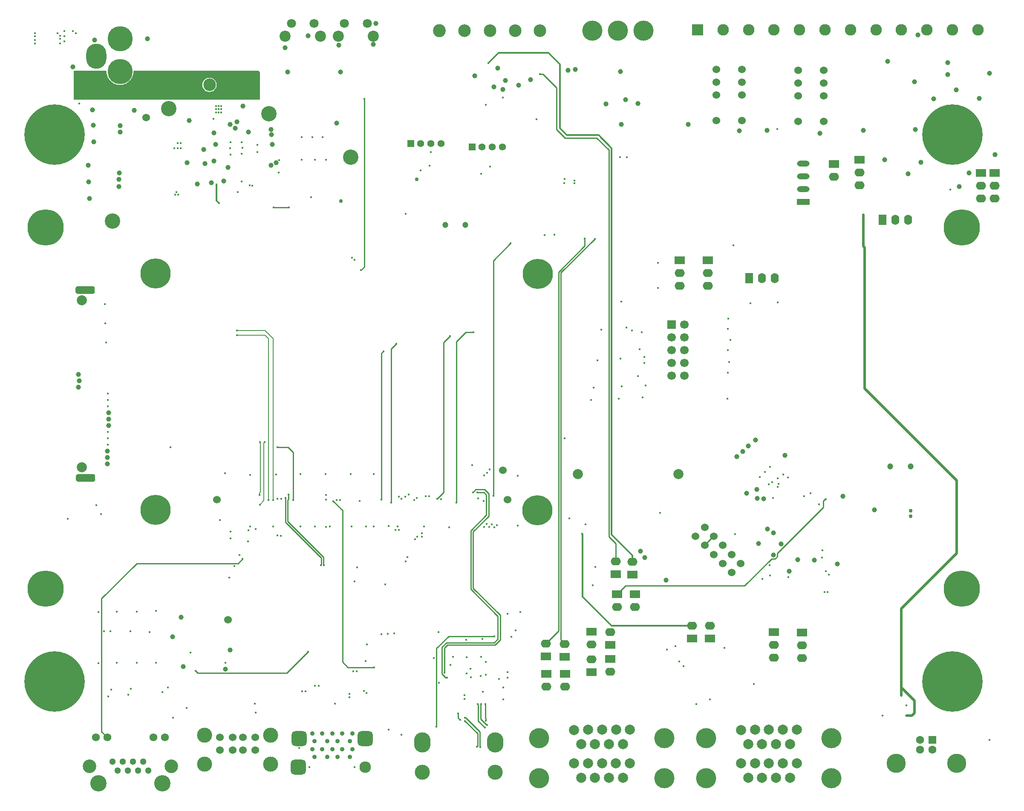
<source format=gbr>
%FSTAX23Y23*%
%MOIN*%
%SFA1B1*%

%IPPOS*%
%AMD123*
4,1,8,-0.075000,0.015000,-0.075000,-0.015000,-0.060000,-0.030000,0.060000,-0.030000,0.075000,-0.015000,0.075000,0.015000,0.060000,0.030000,-0.060000,0.030000,-0.075000,0.015000,0.0*
1,1,0.030000,-0.060000,0.015000*
1,1,0.030000,-0.060000,-0.015000*
1,1,0.030000,0.060000,-0.015000*
1,1,0.030000,0.060000,0.015000*
%
%AMD126*
4,1,8,-0.059100,0.029500,-0.059100,-0.029500,-0.029500,-0.059100,0.029500,-0.059100,0.059100,-0.029500,0.059100,0.029500,0.029500,0.059100,-0.029500,0.059100,-0.059100,0.029500,0.0*
1,1,0.059056,-0.029500,0.029500*
1,1,0.059056,-0.029500,-0.029500*
1,1,0.059056,0.029500,-0.029500*
1,1,0.059056,0.029500,0.029500*
%
%ADD82C,0.009842*%
%ADD83C,0.012000*%
%ADD85C,0.020000*%
%ADD87C,0.010000*%
%ADD107C,0.196850*%
%ADD108O,0.157480X0.196850*%
%ADD109R,0.078740X0.062992*%
%ADD110O,0.078740X0.062992*%
%ADD111R,0.062992X0.078740*%
%ADD112O,0.062992X0.078740*%
%ADD114R,0.066929X0.066929*%
%ADD115C,0.066929*%
%ADD116C,0.157480*%
%ADD117C,0.149606*%
%ADD118C,0.062992*%
%ADD119R,0.062992X0.062992*%
%ADD120C,0.055118*%
%ADD121R,0.055118X0.055118*%
%ADD122C,0.078740*%
G04~CAMADD=123~8~0.0~0.0~600.0~1500.0~150.0~0.0~15~0.0~0.0~0.0~0.0~0~0.0~0.0~0.0~0.0~0~0.0~0.0~0.0~90.0~1500.0~600.0*
%ADD123D123*%
%ADD124C,0.098425*%
%ADD125O,0.098425X0.102362*%
G04~CAMADD=126~8~0.0~0.0~1181.1~1181.1~295.3~0.0~15~0.0~0.0~0.0~0.0~0~0.0~0.0~0.0~0.0~0~0.0~0.0~0.0~90.0~1182.0~1182.0*
%ADD126D126*%
%ADD127C,0.035433*%
%ADD128O,0.098425X0.047244*%
%ADD129R,0.098425X0.047244*%
%ADD130C,0.029528*%
%ADD131R,0.090000X0.090000*%
%ADD132C,0.090000*%
%ADD133C,0.047244*%
%ADD134C,0.086614*%
%ADD135C,0.070866*%
%ADD136C,0.106299*%
%ADD137C,0.051181*%
%ADD138C,0.127953*%
%ADD139C,0.062000*%
%ADD140C,0.060000*%
%ADD141C,0.118110*%
%ADD142C,0.120000*%
%ADD144C,0.118110*%
%ADD145O,0.129921X0.157480*%
%ADD146C,0.060000*%
%ADD147C,0.236220*%
%ADD148C,0.283465*%
%ADD149C,0.472441*%
%ADD150C,0.017716*%
%ADD151C,0.039370*%
%ADD152C,0.030000*%
%ADD194C,0.007874*%
%ADD195C,0.090551*%
%LNsyncbox_copper_signal_1-1*%
%LPD*%
G36*
X0231Y05705D02*
Y0549D01*
X00855*
X00853Y05491*
Y05714*
X01107*
X0111Y05711*
X0111Y05709*
X01111Y05692*
X01115Y05676*
X01121Y05661*
X0113Y05647*
X0114Y05635*
X01153Y05624*
X01167Y05615*
X01182Y05609*
X01198Y05605*
X01215Y05604*
X01231Y05605*
X01247Y05609*
X01262Y05615*
X01276Y05624*
X01289Y05635*
X01299Y05647*
X01308Y05661*
X01314Y05676*
X01318Y05692*
X01319Y05709*
X01319Y05711*
X01322Y05714*
X02299*
X023Y05715*
X0231Y05705*
G37*
%LNsyncbox_copper_signal_1-2*%
%LPC*%
G36*
X01915Y0566D02*
X019Y05658D01*
X01887Y05653*
X01875Y05644*
X01866Y05632*
X01861Y05619*
X01859Y05605*
X01861Y0559*
X01866Y05577*
X01875Y05565*
X01887Y05556*
X019Y05551*
X01915Y05549*
X01929Y05551*
X01942Y05556*
X01954Y05565*
X01963Y05577*
X01968Y0559*
X0197Y05605*
X01968Y05619*
X01963Y05632*
X01954Y05644*
X01942Y05653*
X01929Y05658*
X01915Y0566*
G37*
%LNsyncbox_copper_signal_1-3*%
%LPD*%
G54D82*
X03745Y03588D02*
X03796Y03638D01*
X03745Y02415D02*
Y03588D01*
X01805Y0102D02*
X01822Y01002D01*
X02519D02*
X02685Y01168D01*
X01822Y01002D02*
X02519D01*
X0253Y0277D02*
X0257Y0273D01*
X02445Y0277D02*
X0253D01*
X0257Y02355D02*
Y0273D01*
X04135Y0423D02*
X0427Y04365D01*
X03845Y03595D02*
X0392Y0367D01*
X0398*
X0326Y0236D02*
Y03505D01*
X03275Y0352*
X03335Y0354D02*
X03375Y0358D01*
X03845Y02335D02*
Y03595D01*
X03335Y02335D02*
Y0354D01*
X03695Y02365D02*
X03745Y02415D01*
X02139Y0186D02*
X02174Y01895D01*
X01345Y0186D02*
X02139D01*
X0107Y01585D02*
X01345Y0186D01*
X0107Y00542D02*
Y01585D01*
Y00542D02*
X01115Y00497D01*
X03689Y01194D02*
X03785Y0129D01*
X04144*
X03689Y00584D02*
Y01194D01*
X04135Y0239D02*
Y0423D01*
G54D83*
X03708Y00924D02*
X0371D01*
X05788Y02001D02*
X05859Y02072D01*
X0483Y02093D02*
X04833Y0209D01*
Y01599D02*
Y0209D01*
Y01599D02*
X05059Y01373D01*
X0569*
X05059Y02085D02*
X05222Y01923D01*
Y01871D02*
Y01923D01*
X0197Y047D02*
X0199Y0468D01*
X0197Y047D02*
Y04825D01*
X04095Y05775D02*
X04175Y05855D01*
X04565*
X04655Y05765*
X05059Y02085D02*
Y0511D01*
X04958Y05211D02*
X05059Y0511D01*
X04655Y05265D02*
Y05765D01*
Y05265D02*
X04708Y05211D01*
X04958*
G54D85*
X07325Y01505D02*
X0776Y0194D01*
Y0251*
X07325Y0089D02*
X0743Y00785D01*
Y0069D02*
Y00785D01*
X0741Y0067D02*
X0743Y0069D01*
X07365Y0067D02*
X0741D01*
X07325Y00825D02*
Y0089D01*
Y01505*
X0703Y04342D02*
Y0459D01*
Y04342D02*
X0704Y04331D01*
Y03229D02*
Y04331D01*
Y03229D02*
X0776Y0251D01*
G54D87*
X03752Y01002D02*
Y01198D01*
X03763Y00965D02*
X03773D01*
X03733Y00995D02*
X03763Y00965D01*
X03733Y00995D02*
Y01103D01*
X03734Y01206D02*
X03768Y0124D01*
X03734Y01104D02*
Y01206D01*
X03733Y01103D02*
X03734Y01104D01*
X03776Y01223D02*
X0415D01*
X03752Y01198D02*
X03776Y01223D01*
X04171Y01269D02*
Y01446D01*
X04142Y0124D02*
X04171Y01269D01*
X0415Y01223D02*
X0419Y01263D01*
X04189D02*
X0419D01*
X04189D02*
Y01454D01*
X03768Y0124D02*
X04142D01*
X03977Y01666D02*
Y02107D01*
Y01666D02*
X04189Y01454D01*
X03958Y0166D02*
X04171Y01446D01*
X04098Y02403D02*
Y02405D01*
Y02403D02*
X04098Y02403D01*
Y0223D02*
Y02403D01*
X04098Y0223D02*
X04098Y0223D01*
X04098Y02228D02*
Y0223D01*
X04062Y02415D02*
X04081Y02396D01*
Y02238D02*
Y02396D01*
X03958Y02115D02*
X04081Y02238D01*
X04066Y02437D02*
X04098Y02405D01*
X03995Y02437D02*
X04066D01*
X03975Y02416D02*
X03995Y02437D01*
X0401Y02415D02*
X04062D01*
X03977Y02107D02*
X04098Y02228D01*
X03752Y01002D02*
X03754Y01005D01*
X03958Y0166D02*
Y02115D01*
X02997Y01046D02*
X03202D01*
X02955Y01088D02*
X02997Y01046D01*
X02955Y01088D02*
Y02275D01*
X02883Y02346D02*
X02955Y02275D01*
X05093Y01874D02*
Y02015D01*
X05038Y02069D02*
X05093Y02015D01*
X05038Y02069D02*
Y05096D01*
X06312Y01894D02*
X06312Y01894D01*
X06312Y01894D02*
D01*
X06355Y01937D02*
D01*
X06355Y01937D01*
Y01912D02*
Y01937D01*
X06337Y01894D02*
X06355Y01912D01*
X06312Y01894D02*
X06337D01*
X06101Y01684D02*
X06312Y01894D01*
X0517Y01684D02*
X06101D01*
X06715Y02297D02*
Y02348D01*
X06355Y01937D02*
X06715Y02297D01*
Y02348D02*
X0673Y02363D01*
X06737*
X05104Y01617D02*
X0517Y01684D01*
X0485Y04344D02*
Y04401D01*
X04646Y0414D02*
X0485Y04344D01*
X04662Y04134D02*
X04928Y044D01*
X04646Y01331D02*
Y0414D01*
X04662Y01261D02*
Y04134D01*
X04547Y01232D02*
X04646Y01331D01*
X04662Y01261D02*
X04694Y01229D01*
X04944Y0519D02*
X05038Y05096D01*
X04696Y0519D02*
X04944D01*
X04631Y05255D02*
X04696Y0519D01*
X04631Y05255D02*
Y05582D01*
X04523Y0569D02*
X04631Y05582D01*
X045Y0569D02*
X04523D01*
X02526Y02354D02*
X02532Y02361D01*
Y02397*
X02526Y0219D02*
Y02354D01*
X0251Y02363D02*
Y02371D01*
X02508Y02361D02*
X0251Y02363D01*
X02508Y02183D02*
Y02361D01*
X02526Y0219D02*
X02807Y01909D01*
X02508Y02183D02*
X02789Y01902D01*
X02807Y01848D02*
Y01909D01*
Y01848D02*
X02811Y01845D01*
X02789Y01848D02*
Y01902D01*
X02785Y01845D02*
X02789Y01848D01*
X02415Y04645D02*
X02536D01*
X02023Y04853D02*
X02026D01*
X031Y04155D02*
X03125Y0418D01*
Y05495*
X03861Y0065D02*
Y00684D01*
Y0065D02*
X03877Y00634D01*
X03914Y00652D02*
X03919D01*
X04029Y00541*
Y00424D02*
X04033Y00421D01*
X04029Y00424D02*
Y00541D01*
X03914Y00626D02*
X04012Y00528D01*
X04006Y00424D02*
X04012Y0043D01*
Y00528*
X04013Y0076D02*
X04017Y00756D01*
Y00626D02*
X04068Y00576D01*
X04017Y00626D02*
Y00756D01*
X04035Y00642D02*
X04082Y00594D01*
X04035Y00642D02*
Y00756D01*
X04082Y00594D02*
X04086D01*
X04035Y00756D02*
X04038Y0076D01*
X04075Y0063D02*
Y00647D01*
X04075Y00647*
X04072Y0065D02*
X04075Y00647D01*
X04072Y0065D02*
Y00757D01*
G54D107*
X01215Y05709D03*
Y05965D03*
G54D108*
X01029Y05827D03*
G54D109*
X0633Y01321D03*
X06549Y01319D03*
X05814Y04231D03*
X05593D03*
X0795Y04915D03*
X08055D03*
X07Y0502D03*
X04697Y00996D03*
X05222Y01771D03*
X05093Y01774D03*
X04548Y00994D03*
X0505Y01111D03*
X04694Y01129D03*
X04547Y01132D03*
X04903Y01008D03*
X05242Y01618D03*
X05104Y01617D03*
X0583Y01272D03*
X0569Y01273D03*
X05048Y01223D03*
X04903Y01325D03*
X068Y04985D03*
G54D110*
X0633Y01221D03*
Y01121D03*
X06549Y01219D03*
Y01119D03*
X05814Y04131D03*
Y04031D03*
X05593Y04131D03*
Y04031D03*
X0795Y04815D03*
Y04715D03*
X08055Y04815D03*
Y04715D03*
X07Y0492D03*
Y0482D03*
X04697Y00896D03*
X05222Y01871D03*
X05093Y01874D03*
X04548Y00894D03*
X0505Y01011D03*
X04694Y01229D03*
X04547Y01232D03*
X04903Y01108D03*
X05242Y01518D03*
X05104Y01517D03*
X0583Y01372D03*
X0569Y01373D03*
X05048Y01323D03*
X04903Y01225D03*
X068Y04885D03*
G54D111*
X06136Y04092D03*
X0718Y0455D03*
G54D112*
X06236Y04092D03*
X06336D03*
X0728Y0455D03*
X0738D03*
G54D114*
X0553Y0373D03*
G54D115*
X0553Y0363D03*
Y0353D03*
Y0343D03*
Y0333D03*
X0563Y0373D03*
Y0363D03*
Y0353D03*
Y0343D03*
Y0333D03*
G54D116*
X0531Y0603D03*
X0511D03*
X0491D03*
X04494Y00178D03*
X05473Y0018D03*
X04493Y00493D03*
X05472Y00491D03*
X058Y00178D03*
X06779Y0018D03*
X05799Y00493D03*
X06778Y00491D03*
G54D117*
X07285Y00295D03*
X07759D03*
G54D118*
X07472Y00401D03*
X07571D03*
X07472Y0048D03*
G54D119*
X07571Y0048D03*
G54D120*
X03725Y05145D03*
X03646D03*
X03567D03*
X04205Y0512D03*
X04126D03*
X04047D03*
G54D121*
X03488Y05145D03*
X03968Y0512D03*
G54D122*
X00915Y02611D03*
Y03917D03*
X0504Y00445D03*
X04931D03*
X04822D03*
X05204Y00295D03*
X05094D03*
X04985D03*
X04876D03*
X04767D03*
X05149Y00183D03*
X0504D03*
X04931D03*
X04822D03*
X05204Y00557D03*
X05095D03*
X04985D03*
X04876D03*
X04767Y00556D03*
X05149Y00445D03*
X06346D03*
X06237D03*
X06128D03*
X0651Y00295D03*
X064D03*
X06291D03*
X06182D03*
X06073D03*
X06455Y00183D03*
X06346D03*
X06237D03*
X06128D03*
X0651Y00557D03*
X06401D03*
X06291D03*
X06182D03*
X06073Y00556D03*
X06455Y00445D03*
X04796Y0256D03*
X05584D03*
G54D123*
X00946Y02527D03*
X00944Y04D03*
G54D124*
X0219Y05605D03*
X01915D03*
X03911Y0603D03*
X04108D03*
X04305D03*
X04501D03*
G54D125*
X03714Y0603D03*
G54D126*
X02616Y00489D03*
X02611Y00266D03*
X03134Y00489D03*
G54D127*
X03013Y00345D03*
X02915D03*
X02836D03*
X02737D03*
X02718Y00404D03*
X02796D03*
X02875D03*
X02954D03*
X03033D03*
Y0053D03*
X02954D03*
X02875D03*
X02796D03*
X02718D03*
X02737Y0047D03*
X02836D03*
X02915D03*
X03013D03*
G54D128*
X0656Y0499D03*
Y0489D03*
Y0479D03*
G54D129*
X0656Y0469D03*
G54D130*
X074Y02273D03*
Y0223D03*
G54D131*
X05733Y06035D03*
G54D132*
X05932Y06035D03*
X06132D03*
X06331D03*
X0653D03*
X0673D03*
X06929D03*
X07128D03*
X07327D03*
X07527D03*
X07726D03*
X07925D03*
G54D133*
X07241Y0262D03*
X07399D03*
X03758Y04507D03*
X03915D03*
G54D134*
X02782Y05985D03*
X02507D03*
X02922D03*
X03197D03*
G54D135*
X02733Y06084D03*
X02556D03*
X02971D03*
X03148D03*
G54D136*
X00975Y00272D03*
X01615D03*
G54D137*
X01435Y00237D03*
X01395Y00307D03*
X01355Y00237D03*
X01315Y00307D03*
X01275Y00237D03*
X01235Y00307D03*
X01195Y00237D03*
X01155Y00307D03*
G54D138*
X01045Y00137D03*
X01545D03*
G54D139*
X01475Y00497D03*
X01565D03*
X01115D03*
X01025D03*
G54D140*
X01973Y02359D03*
X04245D03*
X06071Y0186D03*
X06Y0193D03*
X0593Y02001D03*
X05859Y02072D03*
X05788Y02142D03*
X06Y01789D03*
X0593Y0186D03*
X05859Y0193D03*
X05788Y02001D03*
X05717Y02072D03*
X02273Y00397D03*
X01997Y005D03*
X02096D03*
X02175D03*
X02273D03*
X02175Y00397D03*
X02096D03*
X01997D03*
X0588Y05325D03*
Y05525D03*
Y05625D03*
Y05725D03*
X0608D03*
Y05625D03*
Y05525D03*
Y05325D03*
X0652Y0532D03*
Y0552D03*
Y0562D03*
Y0572D03*
X0672D03*
Y0562D03*
Y0552D03*
Y0532D03*
G54D141*
X02394Y0029D03*
X01876D03*
X02394Y00514D03*
X01876D03*
G54D142*
X02381Y0538D03*
X01155Y0454D03*
X0302Y0504D03*
X01595Y0542D03*
G54D144*
X04149Y00224D03*
X03578D03*
G54D145*
X03578Y00459D03*
X04149D03*
G54D146*
X0206Y01417D03*
X0421Y0259D03*
X0142Y0535D03*
G54D147*
X01492Y0413D03*
X04483Y04125D03*
X01493Y02277D03*
X04481Y02276D03*
G54D148*
X07798Y04488D03*
Y01663D03*
X00632D03*
Y04488D03*
G54D149*
X07727Y00936D03*
Y05215D03*
X00703Y00936D03*
Y05215D03*
G54D150*
X05128Y03461D03*
X0371Y00924D03*
X05424Y04015D03*
X05441Y02255D03*
X0473Y02212D03*
X04245Y00964D03*
X04246Y01008D03*
X06146Y03894D03*
X06359Y03901D03*
X05423Y04213D03*
X0391Y00798D03*
X02896Y00762D03*
X04049Y01267D03*
X02739Y00902D03*
X02768Y00903D03*
X04054Y00854D03*
X04181Y00954D03*
X0336Y01313D03*
X03707Y01322D03*
X0331Y0131D03*
X03068Y01829D03*
X0326Y01306D03*
X03924Y01262D03*
X03415Y0052D03*
X04214Y00795D03*
X04214Y00888D03*
X05944Y01197D03*
X05494Y01186D03*
X05558Y01212D03*
X04077Y0545D03*
X04474Y05335D03*
X03451Y04595D03*
X06013Y04349D03*
X0483Y02093D03*
X03754Y01005D03*
X03773Y00965D03*
X0401Y02415D03*
X03975Y02416D03*
X038Y01065D03*
X03202Y01046D03*
X02883Y02346D03*
X03088Y02348D03*
X04692Y02839D03*
X02685Y01168D03*
X03048Y04234D03*
X03029Y04252D03*
X06761Y01773D03*
X0622Y02535D03*
X0626Y02575D03*
X06298Y02615D03*
X06358Y02459D03*
X06365Y02483D03*
X06404Y02555D03*
X06438Y02533D03*
X05179Y0504D03*
X05126Y05038D03*
X0671Y01963D03*
X06174Y00915D03*
X06444Y01751D03*
X06682Y02323D03*
X06615Y02407D03*
X06241Y0174D03*
X063Y01766D03*
X06565Y02385D03*
X05722Y00758D03*
X05828Y00796D03*
X04912Y01688D03*
X04932Y01831D03*
X04928Y044D03*
X0485Y04401D03*
X04856Y02165D03*
X05622Y01055D03*
X05591Y01092D03*
X03145Y01225D03*
X03689Y00581D03*
X03462Y01909D03*
X0345Y01874D03*
X03727Y02361D03*
X03632Y02384D03*
X03607D03*
X03386Y02149D03*
X03397Y02382D03*
X03415Y02364D03*
X0337Y02123D03*
X03396D03*
X03473Y02399D03*
X03445Y02381D03*
X03541Y02068D03*
X03523Y0205D03*
X03577Y02069D03*
Y02095D03*
X03516Y02354D03*
X03535Y02373D03*
X02825Y02395D03*
Y0236D03*
X02473Y02076D03*
X02447Y0208D03*
X02826Y02145D03*
X02855Y0215D03*
X02475Y02365D03*
X02445D03*
X02532Y02397D03*
X0251Y02371D03*
X0304Y01015D03*
X03066Y01015D03*
X02936Y02356D03*
X0291Y02355D03*
X03142Y00844D03*
X03123Y00862D03*
X02811Y01845D03*
X02785D03*
X03009Y00812D03*
Y00838D03*
X02639Y0086D03*
X02666Y00859D03*
X0227Y00762D03*
X02275Y00692D03*
X01737Y00727D03*
X01655Y04766D03*
X0055Y0601D03*
Y05985D03*
Y05955D03*
Y0593D03*
X0087Y0601D03*
X00745Y0599D03*
Y05965D03*
Y0593D03*
X0078Y06025D03*
Y05985D03*
Y05945D03*
X00725Y0601D03*
X00845Y06025D03*
X01945Y0534D03*
X04325Y02155D03*
X02233Y02551D03*
X02037Y02565D03*
X01995Y022D03*
X02233Y0215D03*
X02412Y02148D03*
X02625Y0215D03*
X0274D03*
X03025D03*
X0314D03*
X03199Y02148D03*
X03316Y02151D03*
X03592Y02148D03*
X03788Y02141D03*
X04325Y02545D03*
X03198Y02559D03*
X03021Y02558D03*
X02824Y02559D03*
X02435Y02555D03*
X02627Y02557D03*
X0397Y02627D03*
X0223Y0482D03*
X0225Y04815D03*
X0208Y0506D03*
X02075Y0511D03*
X0208Y05155D03*
X02165D03*
Y05065D03*
X02172Y05112D03*
X0246Y05015D03*
X0229Y0508D03*
X00805Y0221D03*
X02536Y04645D03*
X02415D03*
X02135Y04765D03*
X0161Y0277D03*
X02445D03*
X0257Y02355D03*
X0231Y0232D03*
X02305Y02395D03*
X02309Y0281D03*
X02346D03*
X0213Y03683D03*
Y03646D03*
X02376Y02355D03*
X02414D03*
X0427Y04365D03*
X0398Y0367D03*
X04135Y0239D03*
X0406Y0235D03*
X04015Y0237D03*
X03275Y0352D03*
X03375Y0358D03*
X03796Y03638D03*
X0326Y0236D03*
X03335Y02335D03*
X03695Y02365D03*
X03845Y02335D03*
X01805Y0102D03*
X02174Y01895D03*
X0207Y0175D03*
X02275Y0213D03*
X02215Y02033D03*
X0222Y02119D03*
X0211Y0184D03*
X02149Y01925D03*
X0208Y02055D03*
Y0211D03*
X04144Y0129D03*
X04245Y01465D03*
X04347Y0148D03*
X06025Y0209D03*
X04075Y0099D03*
X0599Y0361D03*
X05968Y03528D03*
X03646Y0508D03*
X0771Y04785D03*
X0495Y0345D03*
X05219Y03682D03*
X0431Y01336D03*
X01445Y01322D03*
X01295Y01327D03*
X0114D03*
X0109D03*
X01495Y01487D03*
X01345Y01482D03*
X0119D03*
X01045Y01477D03*
X0159Y00887D03*
X01545Y00852D03*
X013Y00877D03*
X0128Y00832D03*
X01123Y00817D03*
X01145Y00872D03*
X01495Y01082D03*
X01345D03*
X0119D03*
X01045Y01077D03*
X03135Y01095D03*
X0329Y01695D03*
X0305Y0172D03*
X04075Y0109D03*
X03925Y01D03*
X0396Y0097D03*
X04035Y0098D03*
X03955Y01035D03*
X0404Y0113D03*
X03925Y01125D03*
X04275Y01285D03*
X0367Y0112D03*
X07365Y0067D03*
X07325Y00825D03*
X06735Y018D03*
X0629Y0248D03*
X06315Y02495D03*
X0636Y02525D03*
X02825Y0502D03*
X0274D03*
X02635D03*
X028Y05195D03*
X0272D03*
X02635D03*
X01965Y0539D03*
Y05415D03*
Y0544D03*
X01985Y0539D03*
Y05415D03*
Y0544D03*
X02005Y0539D03*
Y05415D03*
Y0544D03*
X0167Y04745D03*
X01645D03*
X0164Y0511D03*
X01665D03*
Y0515D03*
X0169Y0511D03*
Y0515D03*
X0229Y05135D03*
X06355Y0526D03*
X045Y0569D03*
X05965Y0315D03*
X0598Y03435D03*
X06295Y01845D03*
X06737Y02363D03*
X08015Y0048D03*
X0718Y0067D03*
X06751Y01635D03*
X06725D03*
X02615Y00415D03*
X02695Y00265D03*
X0305D03*
X07365Y0075D03*
X0163Y00652D03*
X0204Y01082D03*
X01765Y01162D03*
X01065Y02245D03*
X0103Y02315D03*
X0112Y0289D03*
Y0284D03*
Y0279D03*
Y0309D03*
Y0314D03*
Y0319D03*
X011Y03739D03*
X01095Y03889D03*
X01105Y03589D03*
X02455Y0492D03*
X0199Y0468D03*
X0197Y04825D03*
X0271Y04725D03*
X02165Y0485D03*
X0498Y0369D03*
X03635Y04972D03*
X03565Y04935D03*
X0404Y0491D03*
X0411Y04965D03*
X05315Y03475D03*
X0492Y03235D03*
X0514Y03245D03*
X05325Y03252D03*
X05265Y03325D03*
X05315Y0343D03*
X05303Y03157D03*
X05115Y0315D03*
X049Y0314D03*
X05135Y0391D03*
X05175Y03705D03*
X05295Y0367D03*
X0528Y03535D03*
X0597Y03695D03*
X05968Y03353D03*
X05973Y03776D03*
X0421Y05505D03*
X04095Y05775D03*
X06705Y01905D03*
X06324Y02371D03*
X00895Y0546D03*
X04535Y0443D03*
X04613Y04431D03*
X04064Y02549D03*
X04085Y0257D03*
X04105Y02595D03*
X04162Y02157D03*
X04143Y02141D03*
X04123Y02166D03*
X04103Y02146D03*
X04084Y0217D03*
X04064Y02145D03*
X03819Y0113D03*
X03315Y0056D03*
X0703Y0459D03*
X04692Y04867D03*
X04771Y04856D03*
X0469Y04835D03*
X04771D03*
X031Y04155D03*
X03125Y05495D03*
X00965Y05565D03*
X0093D03*
Y05525D03*
X0096D03*
X00945Y05545D03*
X03861Y00684D03*
X03877Y00634D03*
X03914Y00652D03*
X04033Y00421D03*
X03914Y00626D03*
X04006Y00424D03*
X04013Y0076D03*
X04068Y00576D03*
X04038Y0076D03*
X04086Y00594D03*
X04075Y0063D03*
X04072Y00757D03*
X03911Y0083D03*
G54D151*
X05135Y05295D03*
X01755Y05325D03*
X0613Y0278D03*
X0121Y04915D03*
X00845Y05745D03*
X01015Y05955D03*
X02435Y04995D03*
X024Y05215D03*
X02395Y05255D03*
Y04975D03*
X0604Y02695D03*
X06085Y02735D03*
X06185Y02825D03*
X06825Y01855D03*
X0206Y0496D03*
X01125Y0299D03*
Y0294D03*
Y0304D03*
X0089Y0334D03*
X00895Y0329D03*
X0089Y0324D03*
X0517Y0549D03*
X0566Y05295D03*
X06275Y0525D03*
X0778Y0481D03*
X07195Y0502D03*
X0806Y0506D03*
X02026Y04853D03*
X07115Y02279D03*
X06195Y0244D03*
X062Y0237D03*
X06115Y0241D03*
X06415Y02705D03*
X0625Y02365D03*
X0687Y02385D03*
X0645Y018D03*
X06325Y01925D03*
X06208Y02015D03*
X06515Y0189D03*
X06386Y02011D03*
X05485Y0173D03*
X05285Y01955D03*
X0532Y01905D03*
X0748Y05D03*
X0738Y0491D03*
X07855Y04915D03*
X0743Y0563D03*
X07455Y05995D03*
X07435Y05255D03*
X0703Y0525D03*
X07755Y05565D03*
X07935Y055D03*
X0758Y05495D03*
X0769Y05685D03*
Y0578D03*
X0722Y0579D03*
X0606Y05245D03*
X0669Y05224D03*
X04775Y05725D03*
X0472Y0572D03*
X0291Y05305D03*
X05015Y05455D03*
X05265Y0546D03*
X0513Y0571D03*
X0421Y0557D03*
X0399Y05675D03*
X0414Y0559D03*
X0417Y05735D03*
X0423Y0564D03*
X04333Y05603D03*
X04425Y05645D03*
X00975Y04715D03*
X0097Y04845D03*
X00965Y04975D03*
X03215Y06085D03*
X03197Y05922D03*
X02925Y05915D03*
X0294Y05705D03*
X01325Y05405D03*
X01215Y05235D03*
Y05285D03*
X01205Y0481D03*
Y04865D03*
X0213Y05315D03*
X0182Y0483D03*
X0195Y0501D03*
X02405Y0514D03*
X0143Y05965D03*
X02175Y0544D03*
X0195Y0523D03*
X0193Y0484D03*
X02525Y05705D03*
X02505Y05895D03*
X02685Y0599D03*
X02115Y05265D03*
X02075Y05295D03*
X0222Y05235D03*
X0188Y0499D03*
X0174Y04995D03*
X0628Y0213D03*
X06325Y021D03*
X06645Y01885D03*
X01625Y01285D03*
X0171Y01052D03*
X0204Y01032D03*
X02075Y01182D03*
X01694Y01437D03*
X0187Y051D03*
X01963Y05138D03*
X0101Y0516D03*
X01005Y0529D03*
X01Y0541D03*
X01115Y0274D03*
Y0269D03*
Y0264D03*
X08015Y05695D03*
G54D152*
X02944Y04695D03*
X03535Y04865D03*
G54D194*
X0231Y0232D02*
X02341Y02351D01*
X02314Y0242D02*
Y02805D01*
X02305Y02395D02*
Y0241D01*
X02314Y0242*
X02341Y02351D02*
Y02805D01*
X02309Y0281D02*
X02314Y02805D01*
X02341D02*
X02346Y0281D01*
X0213Y03683D02*
X0235D01*
X0213Y03646D02*
X02348D01*
X0235Y03683D02*
X02414Y03619D01*
Y02355D02*
Y03619D01*
X02348Y03646D02*
X02376Y03618D01*
Y02355D02*
Y03618D01*
G54D195*
X03134Y00266D03*
M02*
</source>
